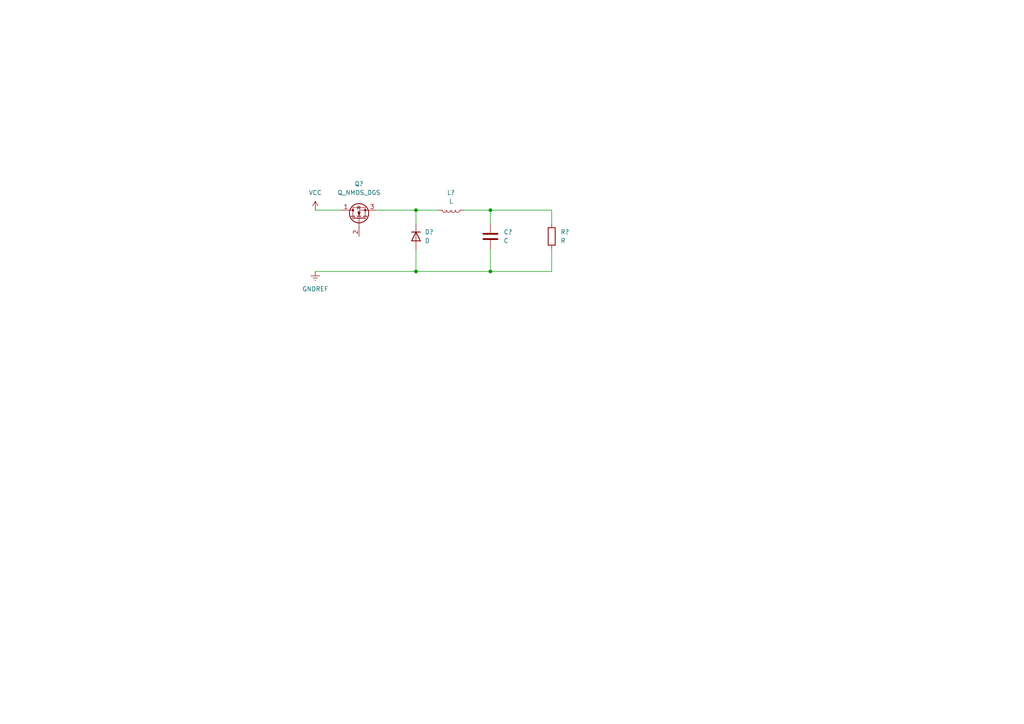
<source format=kicad_sch>
(kicad_sch (version 20211123) (generator eeschema)

  (uuid 9252c838-747e-412a-871f-7dc459fc7c87)

  (paper "A4")

  (lib_symbols
    (symbol "Device:C" (pin_numbers hide) (pin_names (offset 0.254)) (in_bom yes) (on_board yes)
      (property "Reference" "C" (id 0) (at 0.635 2.54 0)
        (effects (font (size 1.27 1.27)) (justify left))
      )
      (property "Value" "C" (id 1) (at 0.635 -2.54 0)
        (effects (font (size 1.27 1.27)) (justify left))
      )
      (property "Footprint" "" (id 2) (at 0.9652 -3.81 0)
        (effects (font (size 1.27 1.27)) hide)
      )
      (property "Datasheet" "~" (id 3) (at 0 0 0)
        (effects (font (size 1.27 1.27)) hide)
      )
      (property "ki_keywords" "cap capacitor" (id 4) (at 0 0 0)
        (effects (font (size 1.27 1.27)) hide)
      )
      (property "ki_description" "Unpolarized capacitor" (id 5) (at 0 0 0)
        (effects (font (size 1.27 1.27)) hide)
      )
      (property "ki_fp_filters" "C_*" (id 6) (at 0 0 0)
        (effects (font (size 1.27 1.27)) hide)
      )
      (symbol "C_0_1"
        (polyline
          (pts
            (xy -2.032 -0.762)
            (xy 2.032 -0.762)
          )
          (stroke (width 0.508) (type default) (color 0 0 0 0))
          (fill (type none))
        )
        (polyline
          (pts
            (xy -2.032 0.762)
            (xy 2.032 0.762)
          )
          (stroke (width 0.508) (type default) (color 0 0 0 0))
          (fill (type none))
        )
      )
      (symbol "C_1_1"
        (pin passive line (at 0 3.81 270) (length 2.794)
          (name "~" (effects (font (size 1.27 1.27))))
          (number "1" (effects (font (size 1.27 1.27))))
        )
        (pin passive line (at 0 -3.81 90) (length 2.794)
          (name "~" (effects (font (size 1.27 1.27))))
          (number "2" (effects (font (size 1.27 1.27))))
        )
      )
    )
    (symbol "Device:D" (pin_numbers hide) (pin_names (offset 1.016) hide) (in_bom yes) (on_board yes)
      (property "Reference" "D" (id 0) (at 0 2.54 0)
        (effects (font (size 1.27 1.27)))
      )
      (property "Value" "D" (id 1) (at 0 -2.54 0)
        (effects (font (size 1.27 1.27)))
      )
      (property "Footprint" "" (id 2) (at 0 0 0)
        (effects (font (size 1.27 1.27)) hide)
      )
      (property "Datasheet" "~" (id 3) (at 0 0 0)
        (effects (font (size 1.27 1.27)) hide)
      )
      (property "ki_keywords" "diode" (id 4) (at 0 0 0)
        (effects (font (size 1.27 1.27)) hide)
      )
      (property "ki_description" "Diode" (id 5) (at 0 0 0)
        (effects (font (size 1.27 1.27)) hide)
      )
      (property "ki_fp_filters" "TO-???* *_Diode_* *SingleDiode* D_*" (id 6) (at 0 0 0)
        (effects (font (size 1.27 1.27)) hide)
      )
      (symbol "D_0_1"
        (polyline
          (pts
            (xy -1.27 1.27)
            (xy -1.27 -1.27)
          )
          (stroke (width 0.254) (type default) (color 0 0 0 0))
          (fill (type none))
        )
        (polyline
          (pts
            (xy 1.27 0)
            (xy -1.27 0)
          )
          (stroke (width 0) (type default) (color 0 0 0 0))
          (fill (type none))
        )
        (polyline
          (pts
            (xy 1.27 1.27)
            (xy 1.27 -1.27)
            (xy -1.27 0)
            (xy 1.27 1.27)
          )
          (stroke (width 0.254) (type default) (color 0 0 0 0))
          (fill (type none))
        )
      )
      (symbol "D_1_1"
        (pin passive line (at -3.81 0 0) (length 2.54)
          (name "K" (effects (font (size 1.27 1.27))))
          (number "1" (effects (font (size 1.27 1.27))))
        )
        (pin passive line (at 3.81 0 180) (length 2.54)
          (name "A" (effects (font (size 1.27 1.27))))
          (number "2" (effects (font (size 1.27 1.27))))
        )
      )
    )
    (symbol "Device:L" (pin_numbers hide) (pin_names (offset 1.016) hide) (in_bom yes) (on_board yes)
      (property "Reference" "L" (id 0) (at -1.27 0 90)
        (effects (font (size 1.27 1.27)))
      )
      (property "Value" "L" (id 1) (at 1.905 0 90)
        (effects (font (size 1.27 1.27)))
      )
      (property "Footprint" "" (id 2) (at 0 0 0)
        (effects (font (size 1.27 1.27)) hide)
      )
      (property "Datasheet" "~" (id 3) (at 0 0 0)
        (effects (font (size 1.27 1.27)) hide)
      )
      (property "ki_keywords" "inductor choke coil reactor magnetic" (id 4) (at 0 0 0)
        (effects (font (size 1.27 1.27)) hide)
      )
      (property "ki_description" "Inductor" (id 5) (at 0 0 0)
        (effects (font (size 1.27 1.27)) hide)
      )
      (property "ki_fp_filters" "Choke_* *Coil* Inductor_* L_*" (id 6) (at 0 0 0)
        (effects (font (size 1.27 1.27)) hide)
      )
      (symbol "L_0_1"
        (arc (start 0 -2.54) (mid 0.635 -1.905) (end 0 -1.27)
          (stroke (width 0) (type default) (color 0 0 0 0))
          (fill (type none))
        )
        (arc (start 0 -1.27) (mid 0.635 -0.635) (end 0 0)
          (stroke (width 0) (type default) (color 0 0 0 0))
          (fill (type none))
        )
        (arc (start 0 0) (mid 0.635 0.635) (end 0 1.27)
          (stroke (width 0) (type default) (color 0 0 0 0))
          (fill (type none))
        )
        (arc (start 0 1.27) (mid 0.635 1.905) (end 0 2.54)
          (stroke (width 0) (type default) (color 0 0 0 0))
          (fill (type none))
        )
      )
      (symbol "L_1_1"
        (pin passive line (at 0 3.81 270) (length 1.27)
          (name "1" (effects (font (size 1.27 1.27))))
          (number "1" (effects (font (size 1.27 1.27))))
        )
        (pin passive line (at 0 -3.81 90) (length 1.27)
          (name "2" (effects (font (size 1.27 1.27))))
          (number "2" (effects (font (size 1.27 1.27))))
        )
      )
    )
    (symbol "Device:Q_NMOS_DGS" (pin_names (offset 0) hide) (in_bom yes) (on_board yes)
      (property "Reference" "Q" (id 0) (at 5.08 1.27 0)
        (effects (font (size 1.27 1.27)) (justify left))
      )
      (property "Value" "Q_NMOS_DGS" (id 1) (at 5.08 -1.27 0)
        (effects (font (size 1.27 1.27)) (justify left))
      )
      (property "Footprint" "" (id 2) (at 5.08 2.54 0)
        (effects (font (size 1.27 1.27)) hide)
      )
      (property "Datasheet" "~" (id 3) (at 0 0 0)
        (effects (font (size 1.27 1.27)) hide)
      )
      (property "ki_keywords" "transistor NMOS N-MOS N-MOSFET" (id 4) (at 0 0 0)
        (effects (font (size 1.27 1.27)) hide)
      )
      (property "ki_description" "N-MOSFET transistor, drain/gate/source" (id 5) (at 0 0 0)
        (effects (font (size 1.27 1.27)) hide)
      )
      (symbol "Q_NMOS_DGS_0_1"
        (polyline
          (pts
            (xy 0.254 0)
            (xy -2.54 0)
          )
          (stroke (width 0) (type default) (color 0 0 0 0))
          (fill (type none))
        )
        (polyline
          (pts
            (xy 0.254 1.905)
            (xy 0.254 -1.905)
          )
          (stroke (width 0.254) (type default) (color 0 0 0 0))
          (fill (type none))
        )
        (polyline
          (pts
            (xy 0.762 -1.27)
            (xy 0.762 -2.286)
          )
          (stroke (width 0.254) (type default) (color 0 0 0 0))
          (fill (type none))
        )
        (polyline
          (pts
            (xy 0.762 0.508)
            (xy 0.762 -0.508)
          )
          (stroke (width 0.254) (type default) (color 0 0 0 0))
          (fill (type none))
        )
        (polyline
          (pts
            (xy 0.762 2.286)
            (xy 0.762 1.27)
          )
          (stroke (width 0.254) (type default) (color 0 0 0 0))
          (fill (type none))
        )
        (polyline
          (pts
            (xy 2.54 2.54)
            (xy 2.54 1.778)
          )
          (stroke (width 0) (type default) (color 0 0 0 0))
          (fill (type none))
        )
        (polyline
          (pts
            (xy 2.54 -2.54)
            (xy 2.54 0)
            (xy 0.762 0)
          )
          (stroke (width 0) (type default) (color 0 0 0 0))
          (fill (type none))
        )
        (polyline
          (pts
            (xy 0.762 -1.778)
            (xy 3.302 -1.778)
            (xy 3.302 1.778)
            (xy 0.762 1.778)
          )
          (stroke (width 0) (type default) (color 0 0 0 0))
          (fill (type none))
        )
        (polyline
          (pts
            (xy 1.016 0)
            (xy 2.032 0.381)
            (xy 2.032 -0.381)
            (xy 1.016 0)
          )
          (stroke (width 0) (type default) (color 0 0 0 0))
          (fill (type outline))
        )
        (polyline
          (pts
            (xy 2.794 0.508)
            (xy 2.921 0.381)
            (xy 3.683 0.381)
            (xy 3.81 0.254)
          )
          (stroke (width 0) (type default) (color 0 0 0 0))
          (fill (type none))
        )
        (polyline
          (pts
            (xy 3.302 0.381)
            (xy 2.921 -0.254)
            (xy 3.683 -0.254)
            (xy 3.302 0.381)
          )
          (stroke (width 0) (type default) (color 0 0 0 0))
          (fill (type none))
        )
        (circle (center 1.651 0) (radius 2.794)
          (stroke (width 0.254) (type default) (color 0 0 0 0))
          (fill (type none))
        )
        (circle (center 2.54 -1.778) (radius 0.254)
          (stroke (width 0) (type default) (color 0 0 0 0))
          (fill (type outline))
        )
        (circle (center 2.54 1.778) (radius 0.254)
          (stroke (width 0) (type default) (color 0 0 0 0))
          (fill (type outline))
        )
      )
      (symbol "Q_NMOS_DGS_1_1"
        (pin passive line (at 2.54 5.08 270) (length 2.54)
          (name "D" (effects (font (size 1.27 1.27))))
          (number "1" (effects (font (size 1.27 1.27))))
        )
        (pin input line (at -5.08 0 0) (length 2.54)
          (name "G" (effects (font (size 1.27 1.27))))
          (number "2" (effects (font (size 1.27 1.27))))
        )
        (pin passive line (at 2.54 -5.08 90) (length 2.54)
          (name "S" (effects (font (size 1.27 1.27))))
          (number "3" (effects (font (size 1.27 1.27))))
        )
      )
    )
    (symbol "Device:R" (pin_numbers hide) (pin_names (offset 0)) (in_bom yes) (on_board yes)
      (property "Reference" "R" (id 0) (at 2.032 0 90)
        (effects (font (size 1.27 1.27)))
      )
      (property "Value" "R" (id 1) (at 0 0 90)
        (effects (font (size 1.27 1.27)))
      )
      (property "Footprint" "" (id 2) (at -1.778 0 90)
        (effects (font (size 1.27 1.27)) hide)
      )
      (property "Datasheet" "~" (id 3) (at 0 0 0)
        (effects (font (size 1.27 1.27)) hide)
      )
      (property "ki_keywords" "R res resistor" (id 4) (at 0 0 0)
        (effects (font (size 1.27 1.27)) hide)
      )
      (property "ki_description" "Resistor" (id 5) (at 0 0 0)
        (effects (font (size 1.27 1.27)) hide)
      )
      (property "ki_fp_filters" "R_*" (id 6) (at 0 0 0)
        (effects (font (size 1.27 1.27)) hide)
      )
      (symbol "R_0_1"
        (rectangle (start -1.016 -2.54) (end 1.016 2.54)
          (stroke (width 0.254) (type default) (color 0 0 0 0))
          (fill (type none))
        )
      )
      (symbol "R_1_1"
        (pin passive line (at 0 3.81 270) (length 1.27)
          (name "~" (effects (font (size 1.27 1.27))))
          (number "1" (effects (font (size 1.27 1.27))))
        )
        (pin passive line (at 0 -3.81 90) (length 1.27)
          (name "~" (effects (font (size 1.27 1.27))))
          (number "2" (effects (font (size 1.27 1.27))))
        )
      )
    )
    (symbol "power:GNDREF" (power) (pin_names (offset 0)) (in_bom yes) (on_board yes)
      (property "Reference" "#PWR" (id 0) (at 0 -6.35 0)
        (effects (font (size 1.27 1.27)) hide)
      )
      (property "Value" "GNDREF" (id 1) (at 0 -3.81 0)
        (effects (font (size 1.27 1.27)))
      )
      (property "Footprint" "" (id 2) (at 0 0 0)
        (effects (font (size 1.27 1.27)) hide)
      )
      (property "Datasheet" "" (id 3) (at 0 0 0)
        (effects (font (size 1.27 1.27)) hide)
      )
      (property "ki_keywords" "global power" (id 4) (at 0 0 0)
        (effects (font (size 1.27 1.27)) hide)
      )
      (property "ki_description" "Power symbol creates a global label with name \"GNDREF\" , reference supply ground" (id 5) (at 0 0 0)
        (effects (font (size 1.27 1.27)) hide)
      )
      (symbol "GNDREF_0_1"
        (polyline
          (pts
            (xy -0.635 -1.905)
            (xy 0.635 -1.905)
          )
          (stroke (width 0) (type default) (color 0 0 0 0))
          (fill (type none))
        )
        (polyline
          (pts
            (xy -0.127 -2.54)
            (xy 0.127 -2.54)
          )
          (stroke (width 0) (type default) (color 0 0 0 0))
          (fill (type none))
        )
        (polyline
          (pts
            (xy 0 -1.27)
            (xy 0 0)
          )
          (stroke (width 0) (type default) (color 0 0 0 0))
          (fill (type none))
        )
        (polyline
          (pts
            (xy 1.27 -1.27)
            (xy -1.27 -1.27)
          )
          (stroke (width 0) (type default) (color 0 0 0 0))
          (fill (type none))
        )
      )
      (symbol "GNDREF_1_1"
        (pin power_in line (at 0 0 270) (length 0) hide
          (name "GNDREF" (effects (font (size 1.27 1.27))))
          (number "1" (effects (font (size 1.27 1.27))))
        )
      )
    )
    (symbol "power:VCC" (power) (pin_names (offset 0)) (in_bom yes) (on_board yes)
      (property "Reference" "#PWR" (id 0) (at 0 -3.81 0)
        (effects (font (size 1.27 1.27)) hide)
      )
      (property "Value" "VCC" (id 1) (at 0 3.81 0)
        (effects (font (size 1.27 1.27)))
      )
      (property "Footprint" "" (id 2) (at 0 0 0)
        (effects (font (size 1.27 1.27)) hide)
      )
      (property "Datasheet" "" (id 3) (at 0 0 0)
        (effects (font (size 1.27 1.27)) hide)
      )
      (property "ki_keywords" "global power" (id 4) (at 0 0 0)
        (effects (font (size 1.27 1.27)) hide)
      )
      (property "ki_description" "Power symbol creates a global label with name \"VCC\"" (id 5) (at 0 0 0)
        (effects (font (size 1.27 1.27)) hide)
      )
      (symbol "VCC_0_1"
        (polyline
          (pts
            (xy -0.762 1.27)
            (xy 0 2.54)
          )
          (stroke (width 0) (type default) (color 0 0 0 0))
          (fill (type none))
        )
        (polyline
          (pts
            (xy 0 0)
            (xy 0 2.54)
          )
          (stroke (width 0) (type default) (color 0 0 0 0))
          (fill (type none))
        )
        (polyline
          (pts
            (xy 0 2.54)
            (xy 0.762 1.27)
          )
          (stroke (width 0) (type default) (color 0 0 0 0))
          (fill (type none))
        )
      )
      (symbol "VCC_1_1"
        (pin power_in line (at 0 0 90) (length 0) hide
          (name "VCC" (effects (font (size 1.27 1.27))))
          (number "1" (effects (font (size 1.27 1.27))))
        )
      )
    )
  )

  (junction (at 120.65 60.96) (diameter 0) (color 0 0 0 0)
    (uuid 05fda687-8f23-4840-8f8f-5a76fdfa6a45)
  )
  (junction (at 120.65 78.74) (diameter 0) (color 0 0 0 0)
    (uuid 0d742a1b-dc95-4d65-9919-c5ffa04430c0)
  )
  (junction (at 142.24 60.96) (diameter 0) (color 0 0 0 0)
    (uuid 22b1dc97-15e5-4b0e-beff-388b2509bdf5)
  )
  (junction (at 142.24 78.74) (diameter 0) (color 0 0 0 0)
    (uuid bc08012a-e35f-4557-a287-99257a6a21cc)
  )

  (wire (pts (xy 127 60.96) (xy 120.65 60.96))
    (stroke (width 0) (type default) (color 0 0 0 0))
    (uuid 00a011b6-ec6f-45f4-8fd3-52d2629f0313)
  )
  (wire (pts (xy 160.02 78.74) (xy 142.24 78.74))
    (stroke (width 0) (type default) (color 0 0 0 0))
    (uuid 0311133e-ac23-4fa6-9b31-67796bc3ed39)
  )
  (wire (pts (xy 91.44 60.96) (xy 99.06 60.96))
    (stroke (width 0) (type default) (color 0 0 0 0))
    (uuid 092de2fd-4a90-4907-9fd9-f172f8eecec5)
  )
  (wire (pts (xy 160.02 72.39) (xy 160.02 78.74))
    (stroke (width 0) (type default) (color 0 0 0 0))
    (uuid 12f65284-93b1-4c64-95e1-79fb3c5ff124)
  )
  (wire (pts (xy 142.24 60.96) (xy 160.02 60.96))
    (stroke (width 0) (type default) (color 0 0 0 0))
    (uuid 137e5482-83ca-4b08-8034-8efb04e869d5)
  )
  (wire (pts (xy 160.02 60.96) (xy 160.02 64.77))
    (stroke (width 0) (type default) (color 0 0 0 0))
    (uuid 33c10ac6-804a-4c11-a4ad-bc054ef6c8cd)
  )
  (wire (pts (xy 142.24 78.74) (xy 142.24 72.39))
    (stroke (width 0) (type default) (color 0 0 0 0))
    (uuid 429d4b83-3d74-469a-833a-b904049bb4ac)
  )
  (wire (pts (xy 120.65 72.39) (xy 120.65 78.74))
    (stroke (width 0) (type default) (color 0 0 0 0))
    (uuid 436fa7b2-ac07-4d86-98f9-a7ed40b3f69e)
  )
  (wire (pts (xy 109.22 60.96) (xy 120.65 60.96))
    (stroke (width 0) (type default) (color 0 0 0 0))
    (uuid 54befdee-9ddf-49fb-a22f-a14e8ec04407)
  )
  (wire (pts (xy 120.65 60.96) (xy 120.65 64.77))
    (stroke (width 0) (type default) (color 0 0 0 0))
    (uuid 72e9c15a-4061-4b08-bac5-d5e8d850bdc0)
  )
  (wire (pts (xy 134.62 60.96) (xy 142.24 60.96))
    (stroke (width 0) (type default) (color 0 0 0 0))
    (uuid 8a91d447-8fae-43f1-b750-93b11b66b0fd)
  )
  (wire (pts (xy 91.44 78.74) (xy 120.65 78.74))
    (stroke (width 0) (type default) (color 0 0 0 0))
    (uuid aaf7c588-07d9-4692-beea-c54873f739b7)
  )
  (wire (pts (xy 120.65 78.74) (xy 142.24 78.74))
    (stroke (width 0) (type default) (color 0 0 0 0))
    (uuid dfe9066c-23fa-415a-8d4e-1e8831eda906)
  )
  (wire (pts (xy 142.24 60.96) (xy 142.24 64.77))
    (stroke (width 0) (type default) (color 0 0 0 0))
    (uuid e102af8e-8df0-49bf-be8a-77bd445f5e4f)
  )

  (symbol (lib_id "Device:R") (at 160.02 68.58 0) (unit 1)
    (in_bom yes) (on_board yes) (fields_autoplaced)
    (uuid 246718a1-479f-4fc1-98de-ec60a8d7d4c1)
    (property "Reference" "R?" (id 0) (at 162.56 67.3099 0)
      (effects (font (size 1.27 1.27)) (justify left))
    )
    (property "Value" "R" (id 1) (at 162.56 69.8499 0)
      (effects (font (size 1.27 1.27)) (justify left))
    )
    (property "Footprint" "" (id 2) (at 158.242 68.58 90)
      (effects (font (size 1.27 1.27)) hide)
    )
    (property "Datasheet" "~" (id 3) (at 160.02 68.58 0)
      (effects (font (size 1.27 1.27)) hide)
    )
    (pin "1" (uuid 30f58b06-6532-4d29-a2ef-77e62165f66e))
    (pin "2" (uuid 6fb431a2-a966-4129-b3dc-94897d2d91b5))
  )

  (symbol (lib_id "power:GNDREF") (at 91.44 78.74 0) (unit 1)
    (in_bom yes) (on_board yes) (fields_autoplaced)
    (uuid 3a752b1f-22be-428b-85a9-5b662cf72aaa)
    (property "Reference" "#PWR?" (id 0) (at 91.44 85.09 0)
      (effects (font (size 1.27 1.27)) hide)
    )
    (property "Value" "GNDREF" (id 1) (at 91.44 83.82 0))
    (property "Footprint" "" (id 2) (at 91.44 78.74 0)
      (effects (font (size 1.27 1.27)) hide)
    )
    (property "Datasheet" "" (id 3) (at 91.44 78.74 0)
      (effects (font (size 1.27 1.27)) hide)
    )
    (pin "1" (uuid a5934785-71e4-4ca3-9726-fcece0b75f23))
  )

  (symbol (lib_id "Device:L") (at 130.81 60.96 270) (unit 1)
    (in_bom yes) (on_board yes) (fields_autoplaced)
    (uuid 600606da-d1c3-47ac-bfd1-262ca0e177ce)
    (property "Reference" "L?" (id 0) (at 130.81 55.88 90))
    (property "Value" "L" (id 1) (at 130.81 58.42 90))
    (property "Footprint" "" (id 2) (at 130.81 60.96 0)
      (effects (font (size 1.27 1.27)) hide)
    )
    (property "Datasheet" "~" (id 3) (at 130.81 60.96 0)
      (effects (font (size 1.27 1.27)) hide)
    )
    (pin "1" (uuid ac754b6f-2880-44d0-8914-a4564d48924a))
    (pin "2" (uuid 98648df4-fa8b-4c4d-9960-3c160020467f))
  )

  (symbol (lib_id "Device:C") (at 142.24 68.58 0) (unit 1)
    (in_bom yes) (on_board yes) (fields_autoplaced)
    (uuid 680d9a38-5ea2-4f37-ac72-daf515b0e3ed)
    (property "Reference" "C?" (id 0) (at 146.05 67.3099 0)
      (effects (font (size 1.27 1.27)) (justify left))
    )
    (property "Value" "C" (id 1) (at 146.05 69.8499 0)
      (effects (font (size 1.27 1.27)) (justify left))
    )
    (property "Footprint" "" (id 2) (at 143.2052 72.39 0)
      (effects (font (size 1.27 1.27)) hide)
    )
    (property "Datasheet" "~" (id 3) (at 142.24 68.58 0)
      (effects (font (size 1.27 1.27)) hide)
    )
    (pin "1" (uuid 1329aa37-94d0-445d-86ed-d6f70a2a74aa))
    (pin "2" (uuid 623c316c-98bd-4d63-bd6f-caabad1099b6))
  )

  (symbol (lib_id "Device:Q_NMOS_DGS") (at 104.14 63.5 90) (unit 1)
    (in_bom yes) (on_board yes) (fields_autoplaced)
    (uuid 7da831b8-7412-4012-a04c-3c8955d23a88)
    (property "Reference" "Q?" (id 0) (at 104.14 53.34 90))
    (property "Value" "Q_NMOS_DGS" (id 1) (at 104.14 55.88 90))
    (property "Footprint" "" (id 2) (at 101.6 58.42 0)
      (effects (font (size 1.27 1.27)) hide)
    )
    (property "Datasheet" "~" (id 3) (at 104.14 63.5 0)
      (effects (font (size 1.27 1.27)) hide)
    )
    (pin "1" (uuid 1a963884-af01-4eab-a42f-ff9cc3c36c14))
    (pin "2" (uuid 86d539f7-5b78-4ca0-ad37-8fd36ebc354d))
    (pin "3" (uuid 151fcfb4-b4a8-4b1c-b015-62377a9f53fc))
  )

  (symbol (lib_id "power:VCC") (at 91.44 60.96 0) (unit 1)
    (in_bom yes) (on_board yes) (fields_autoplaced)
    (uuid d18c1d76-07e5-44af-9abe-6e650053be21)
    (property "Reference" "#PWR?" (id 0) (at 91.44 64.77 0)
      (effects (font (size 1.27 1.27)) hide)
    )
    (property "Value" "VCC" (id 1) (at 91.44 55.88 0))
    (property "Footprint" "" (id 2) (at 91.44 60.96 0)
      (effects (font (size 1.27 1.27)) hide)
    )
    (property "Datasheet" "" (id 3) (at 91.44 60.96 0)
      (effects (font (size 1.27 1.27)) hide)
    )
    (pin "1" (uuid 5594ff16-e57a-4a4d-bfee-15a6866d0cc2))
  )

  (symbol (lib_id "Device:D") (at 120.65 68.58 270) (unit 1)
    (in_bom yes) (on_board yes) (fields_autoplaced)
    (uuid d5f92434-4b65-4900-ac48-fe388f9f4fdc)
    (property "Reference" "D?" (id 0) (at 123.19 67.3099 90)
      (effects (font (size 1.27 1.27)) (justify left))
    )
    (property "Value" "D" (id 1) (at 123.19 69.8499 90)
      (effects (font (size 1.27 1.27)) (justify left))
    )
    (property "Footprint" "" (id 2) (at 120.65 68.58 0)
      (effects (font (size 1.27 1.27)) hide)
    )
    (property "Datasheet" "~" (id 3) (at 120.65 68.58 0)
      (effects (font (size 1.27 1.27)) hide)
    )
    (pin "1" (uuid 82359d07-d786-489a-98dd-065ed08db4bd))
    (pin "2" (uuid 4c27db2e-7481-407d-a0cd-442760fc713e))
  )

  (sheet_instances
    (path "/" (page "1"))
  )

  (symbol_instances
    (path "/3a752b1f-22be-428b-85a9-5b662cf72aaa"
      (reference "#PWR?") (unit 1) (value "GNDREF") (footprint "")
    )
    (path "/d18c1d76-07e5-44af-9abe-6e650053be21"
      (reference "#PWR?") (unit 1) (value "VCC") (footprint "")
    )
    (path "/680d9a38-5ea2-4f37-ac72-daf515b0e3ed"
      (reference "C?") (unit 1) (value "C") (footprint "")
    )
    (path "/d5f92434-4b65-4900-ac48-fe388f9f4fdc"
      (reference "D?") (unit 1) (value "D") (footprint "")
    )
    (path "/600606da-d1c3-47ac-bfd1-262ca0e177ce"
      (reference "L?") (unit 1) (value "L") (footprint "")
    )
    (path "/7da831b8-7412-4012-a04c-3c8955d23a88"
      (reference "Q?") (unit 1) (value "Q_NMOS_DGS") (footprint "")
    )
    (path "/246718a1-479f-4fc1-98de-ec60a8d7d4c1"
      (reference "R?") (unit 1) (value "R") (footprint "")
    )
  )
)

</source>
